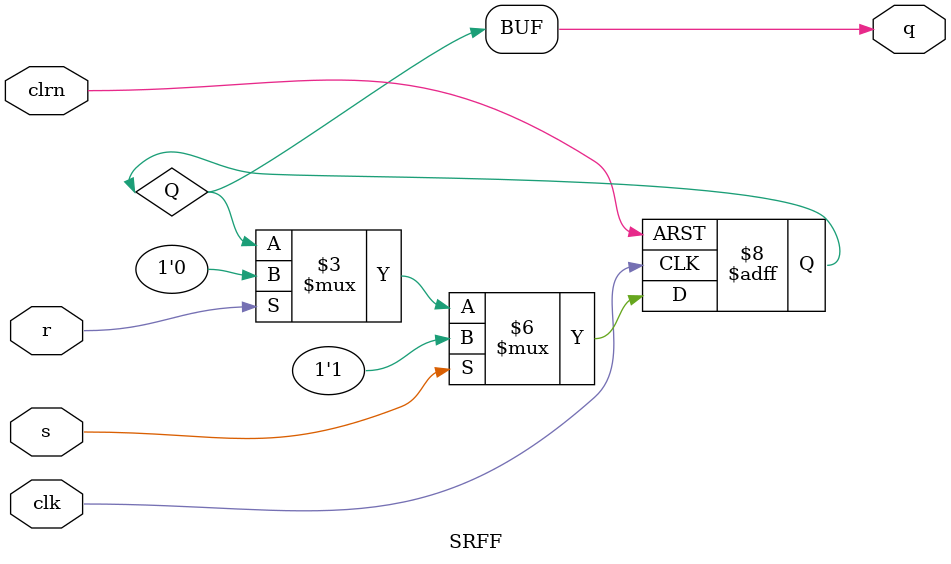
<source format=sv>
/*
	SRFF примитив (триггер RS-типа)
	+--------------------------+
	| CLRN | CLK  | S | R | Q  |
	+--------------------------+	
	|  L   |  X   | X | X | L  |
	|  H   |  L   | X | X | Qo |
	|  H   |  H   | X | X | Qo |
	|  H   |  _/^ | L | L | Qo |
	|  H   |  _/^ | H | L | H  |
	|  H   |  _/^ | L | H | L  |
	|  H   |  _/^ | H | H | X  | 
	+--------------------------+
	
 	SRFF #(?) ?NAME?(.clrn(), .clk(), .s(), .r(), .q());
*/

`timescale 1ns / 10ps

module SRFF
#(	parameter W = 1 )
(
	input bit		clrn,		// Асинхронный сброс 
	input bit		clk,
	input bit		[W-1 : 0]s,	// Установка в 1
	input bit		[W-1 : 0]r, // Установка в 0
	output bit		[W-1 : 0]q
);

bit [W-1 : 0]Q;

genvar i;
generate 
	for (i = 0; i < W; i = i + 1) 
	begin : generate_SRFF
	
	always_ff @(posedge clk or negedge clrn)
		begin
		if(!clrn)
			Q[i] <= 1'b0;
		else if(s[i])
			Q[i] <= 1'b1;
		else if(r[i])
			Q[i] <= 1'b0;
		end
		
    end
endgenerate

assign #1 q = Q;

endmodule:SRFF

</source>
